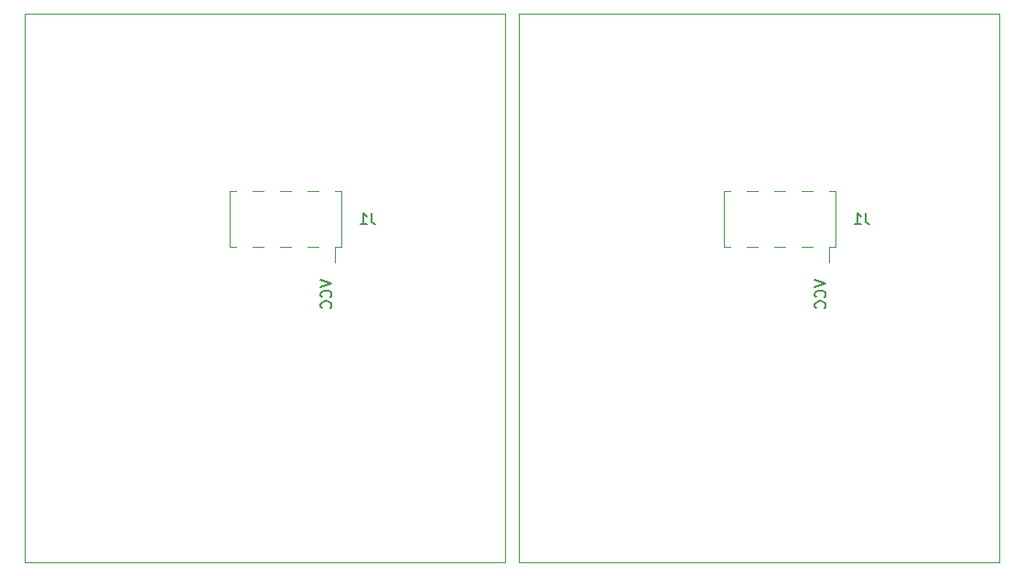
<source format=gbr>
G04 #@! TF.GenerationSoftware,KiCad,Pcbnew,5.1.5-52549c5~84~ubuntu18.04.1*
G04 #@! TF.CreationDate,2020-03-27T00:32:48+00:00*
G04 #@! TF.ProjectId,DisplayBoard,44697370-6c61-4794-926f-6172642e6b69,rev?*
G04 #@! TF.SameCoordinates,Original*
G04 #@! TF.FileFunction,Legend,Bot*
G04 #@! TF.FilePolarity,Positive*
%FSLAX46Y46*%
G04 Gerber Fmt 4.6, Leading zero omitted, Abs format (unit mm)*
G04 Created by KiCad (PCBNEW 5.1.5-52549c5~84~ubuntu18.04.1) date 2020-03-27 00:32:48*
%MOMM*%
%LPD*%
G04 APERTURE LIST*
%ADD10C,0.150000*%
%ADD11C,0.050000*%
%ADD12C,0.120000*%
G04 APERTURE END LIST*
D10*
X174712380Y-126301666D02*
X175712380Y-126635000D01*
X174712380Y-126968333D01*
X175617142Y-127873095D02*
X175664761Y-127825476D01*
X175712380Y-127682619D01*
X175712380Y-127587380D01*
X175664761Y-127444523D01*
X175569523Y-127349285D01*
X175474285Y-127301666D01*
X175283809Y-127254047D01*
X175140952Y-127254047D01*
X174950476Y-127301666D01*
X174855238Y-127349285D01*
X174760000Y-127444523D01*
X174712380Y-127587380D01*
X174712380Y-127682619D01*
X174760000Y-127825476D01*
X174807619Y-127873095D01*
X175617142Y-128873095D02*
X175664761Y-128825476D01*
X175712380Y-128682619D01*
X175712380Y-128587380D01*
X175664761Y-128444523D01*
X175569523Y-128349285D01*
X175474285Y-128301666D01*
X175283809Y-128254047D01*
X175140952Y-128254047D01*
X174950476Y-128301666D01*
X174855238Y-128349285D01*
X174760000Y-128444523D01*
X174712380Y-128587380D01*
X174712380Y-128682619D01*
X174760000Y-128825476D01*
X174807619Y-128873095D01*
D11*
X191770000Y-152400000D02*
X191770000Y-101600000D01*
X147320000Y-152400000D02*
X191770000Y-152400000D01*
X191770000Y-101600000D02*
X147320000Y-101600000D01*
X147320000Y-101600000D02*
X147320000Y-152400000D01*
D10*
X128992380Y-126301666D02*
X129992380Y-126635000D01*
X128992380Y-126968333D01*
X129897142Y-127873095D02*
X129944761Y-127825476D01*
X129992380Y-127682619D01*
X129992380Y-127587380D01*
X129944761Y-127444523D01*
X129849523Y-127349285D01*
X129754285Y-127301666D01*
X129563809Y-127254047D01*
X129420952Y-127254047D01*
X129230476Y-127301666D01*
X129135238Y-127349285D01*
X129040000Y-127444523D01*
X128992380Y-127587380D01*
X128992380Y-127682619D01*
X129040000Y-127825476D01*
X129087619Y-127873095D01*
X129897142Y-128873095D02*
X129944761Y-128825476D01*
X129992380Y-128682619D01*
X129992380Y-128587380D01*
X129944761Y-128444523D01*
X129849523Y-128349285D01*
X129754285Y-128301666D01*
X129563809Y-128254047D01*
X129420952Y-128254047D01*
X129230476Y-128301666D01*
X129135238Y-128349285D01*
X129040000Y-128444523D01*
X128992380Y-128587380D01*
X128992380Y-128682619D01*
X129040000Y-128825476D01*
X129087619Y-128873095D01*
D11*
X146050000Y-101600000D02*
X101600000Y-101600000D01*
X146050000Y-152400000D02*
X146050000Y-101600000D01*
X101600000Y-152400000D02*
X146050000Y-152400000D01*
X101600000Y-101600000D02*
X101600000Y-152400000D01*
D12*
X176590000Y-123250000D02*
X176590000Y-118050000D01*
X166310000Y-123250000D02*
X166310000Y-118050000D01*
X176020000Y-124690000D02*
X176020000Y-123250000D01*
X176590000Y-123250000D02*
X176020000Y-123250000D01*
X176590000Y-118050000D02*
X176020000Y-118050000D01*
X166880000Y-123250000D02*
X166310000Y-123250000D01*
X166880000Y-118050000D02*
X166310000Y-118050000D01*
X174500000Y-123250000D02*
X173480000Y-123250000D01*
X174500000Y-118050000D02*
X173480000Y-118050000D01*
X171960000Y-123250000D02*
X170940000Y-123250000D01*
X171960000Y-118050000D02*
X170940000Y-118050000D01*
X169420000Y-123250000D02*
X168400000Y-123250000D01*
X169420000Y-118050000D02*
X168400000Y-118050000D01*
X123700000Y-118050000D02*
X122680000Y-118050000D01*
X123700000Y-123250000D02*
X122680000Y-123250000D01*
X126240000Y-118050000D02*
X125220000Y-118050000D01*
X126240000Y-123250000D02*
X125220000Y-123250000D01*
X128780000Y-118050000D02*
X127760000Y-118050000D01*
X128780000Y-123250000D02*
X127760000Y-123250000D01*
X121160000Y-118050000D02*
X120590000Y-118050000D01*
X121160000Y-123250000D02*
X120590000Y-123250000D01*
X130870000Y-118050000D02*
X130300000Y-118050000D01*
X130870000Y-123250000D02*
X130300000Y-123250000D01*
X130300000Y-124690000D02*
X130300000Y-123250000D01*
X120590000Y-123250000D02*
X120590000Y-118050000D01*
X130870000Y-123250000D02*
X130870000Y-118050000D01*
D10*
X179403333Y-120102380D02*
X179403333Y-120816666D01*
X179450952Y-120959523D01*
X179546190Y-121054761D01*
X179689047Y-121102380D01*
X179784285Y-121102380D01*
X178403333Y-121102380D02*
X178974761Y-121102380D01*
X178689047Y-121102380D02*
X178689047Y-120102380D01*
X178784285Y-120245238D01*
X178879523Y-120340476D01*
X178974761Y-120388095D01*
X133683333Y-120102380D02*
X133683333Y-120816666D01*
X133730952Y-120959523D01*
X133826190Y-121054761D01*
X133969047Y-121102380D01*
X134064285Y-121102380D01*
X132683333Y-121102380D02*
X133254761Y-121102380D01*
X132969047Y-121102380D02*
X132969047Y-120102380D01*
X133064285Y-120245238D01*
X133159523Y-120340476D01*
X133254761Y-120388095D01*
M02*

</source>
